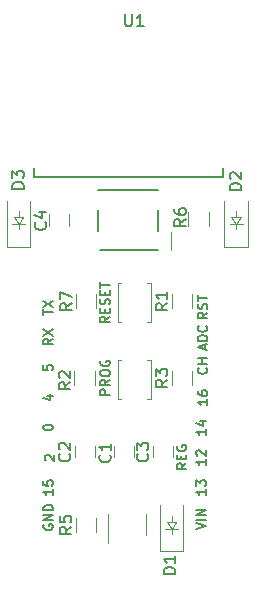
<source format=gbr>
%TF.GenerationSoftware,KiCad,Pcbnew,5.0-dev-unknown-d043ef5~62~ubuntu16.04.1*%
%TF.CreationDate,2018-02-24T21:05:52-07:00*%
%TF.ProjectId,ESP12-Break-02,45535031322D427265616B2D30322E6B,rev?*%
%TF.SameCoordinates,Original*%
%TF.FileFunction,Legend,Top*%
%TF.FilePolarity,Positive*%
%FSLAX46Y46*%
G04 Gerber Fmt 4.6, Leading zero omitted, Abs format (unit mm)*
G04 Created by KiCad (PCBNEW 5.0-dev-unknown-d043ef5~62~ubuntu16.04.1) date Sat Feb 24 21:05:52 2018*
%MOMM*%
%LPD*%
G01*
G04 APERTURE LIST*
%ADD10C,0.200000*%
%ADD11C,0.152400*%
%ADD12C,0.120000*%
%ADD13C,0.100000*%
%ADD14C,0.050000*%
%ADD15C,0.150000*%
G04 APERTURE END LIST*
D10*
X139426904Y-91217571D02*
X138626904Y-91217571D01*
X138626904Y-90912809D01*
X138665000Y-90836619D01*
X138703095Y-90798523D01*
X138779285Y-90760428D01*
X138893571Y-90760428D01*
X138969761Y-90798523D01*
X139007857Y-90836619D01*
X139045952Y-90912809D01*
X139045952Y-91217571D01*
X139426904Y-89960428D02*
X139045952Y-90227095D01*
X139426904Y-90417571D02*
X138626904Y-90417571D01*
X138626904Y-90112809D01*
X138665000Y-90036619D01*
X138703095Y-89998523D01*
X138779285Y-89960428D01*
X138893571Y-89960428D01*
X138969761Y-89998523D01*
X139007857Y-90036619D01*
X139045952Y-90112809D01*
X139045952Y-90417571D01*
X138626904Y-89465190D02*
X138626904Y-89312809D01*
X138665000Y-89236619D01*
X138741190Y-89160428D01*
X138893571Y-89122333D01*
X139160238Y-89122333D01*
X139312619Y-89160428D01*
X139388809Y-89236619D01*
X139426904Y-89312809D01*
X139426904Y-89465190D01*
X139388809Y-89541380D01*
X139312619Y-89617571D01*
X139160238Y-89655666D01*
X138893571Y-89655666D01*
X138741190Y-89617571D01*
X138665000Y-89541380D01*
X138626904Y-89465190D01*
X138665000Y-88360428D02*
X138626904Y-88436619D01*
X138626904Y-88550904D01*
X138665000Y-88665190D01*
X138741190Y-88741380D01*
X138817380Y-88779476D01*
X138969761Y-88817571D01*
X139084047Y-88817571D01*
X139236428Y-88779476D01*
X139312619Y-88741380D01*
X139388809Y-88665190D01*
X139426904Y-88550904D01*
X139426904Y-88474714D01*
X139388809Y-88360428D01*
X139350714Y-88322333D01*
X139084047Y-88322333D01*
X139084047Y-88474714D01*
X139426904Y-84600904D02*
X139045952Y-84867571D01*
X139426904Y-85058047D02*
X138626904Y-85058047D01*
X138626904Y-84753285D01*
X138665000Y-84677095D01*
X138703095Y-84639000D01*
X138779285Y-84600904D01*
X138893571Y-84600904D01*
X138969761Y-84639000D01*
X139007857Y-84677095D01*
X139045952Y-84753285D01*
X139045952Y-85058047D01*
X139007857Y-84258047D02*
X139007857Y-83991380D01*
X139426904Y-83877095D02*
X139426904Y-84258047D01*
X138626904Y-84258047D01*
X138626904Y-83877095D01*
X139388809Y-83572333D02*
X139426904Y-83458047D01*
X139426904Y-83267571D01*
X139388809Y-83191380D01*
X139350714Y-83153285D01*
X139274523Y-83115190D01*
X139198333Y-83115190D01*
X139122142Y-83153285D01*
X139084047Y-83191380D01*
X139045952Y-83267571D01*
X139007857Y-83419952D01*
X138969761Y-83496142D01*
X138931666Y-83534238D01*
X138855476Y-83572333D01*
X138779285Y-83572333D01*
X138703095Y-83534238D01*
X138665000Y-83496142D01*
X138626904Y-83419952D01*
X138626904Y-83229476D01*
X138665000Y-83115190D01*
X139007857Y-82772333D02*
X139007857Y-82505666D01*
X139426904Y-82391380D02*
X139426904Y-82772333D01*
X138626904Y-82772333D01*
X138626904Y-82391380D01*
X138626904Y-82162809D02*
X138626904Y-81705666D01*
X139426904Y-81934238D02*
X138626904Y-81934238D01*
X145903904Y-97034285D02*
X145522952Y-97300952D01*
X145903904Y-97491428D02*
X145103904Y-97491428D01*
X145103904Y-97186666D01*
X145142000Y-97110476D01*
X145180095Y-97072380D01*
X145256285Y-97034285D01*
X145370571Y-97034285D01*
X145446761Y-97072380D01*
X145484857Y-97110476D01*
X145522952Y-97186666D01*
X145522952Y-97491428D01*
X145484857Y-96691428D02*
X145484857Y-96424761D01*
X145903904Y-96310476D02*
X145903904Y-96691428D01*
X145103904Y-96691428D01*
X145103904Y-96310476D01*
X145142000Y-95548571D02*
X145103904Y-95624761D01*
X145103904Y-95739047D01*
X145142000Y-95853333D01*
X145218190Y-95929523D01*
X145294380Y-95967619D01*
X145446761Y-96005714D01*
X145561047Y-96005714D01*
X145713428Y-95967619D01*
X145789619Y-95929523D01*
X145865809Y-95853333D01*
X145903904Y-95739047D01*
X145903904Y-95662857D01*
X145865809Y-95548571D01*
X145827714Y-95510476D01*
X145561047Y-95510476D01*
X145561047Y-95662857D01*
X133839000Y-102209523D02*
X133800904Y-102285714D01*
X133800904Y-102400000D01*
X133839000Y-102514285D01*
X133915190Y-102590476D01*
X133991380Y-102628571D01*
X134143761Y-102666666D01*
X134258047Y-102666666D01*
X134410428Y-102628571D01*
X134486619Y-102590476D01*
X134562809Y-102514285D01*
X134600904Y-102400000D01*
X134600904Y-102323809D01*
X134562809Y-102209523D01*
X134524714Y-102171428D01*
X134258047Y-102171428D01*
X134258047Y-102323809D01*
X134600904Y-101828571D02*
X133800904Y-101828571D01*
X134600904Y-101371428D01*
X133800904Y-101371428D01*
X134600904Y-100990476D02*
X133800904Y-100990476D01*
X133800904Y-100800000D01*
X133839000Y-100685714D01*
X133915190Y-100609523D01*
X133991380Y-100571428D01*
X134143761Y-100533333D01*
X134258047Y-100533333D01*
X134410428Y-100571428D01*
X134486619Y-100609523D01*
X134562809Y-100685714D01*
X134600904Y-100800000D01*
X134600904Y-100990476D01*
X134600904Y-99212380D02*
X134600904Y-99669523D01*
X134600904Y-99440952D02*
X133800904Y-99440952D01*
X133915190Y-99517142D01*
X133991380Y-99593333D01*
X134029476Y-99669523D01*
X133800904Y-98488571D02*
X133800904Y-98869523D01*
X134181857Y-98907619D01*
X134143761Y-98869523D01*
X134105666Y-98793333D01*
X134105666Y-98602857D01*
X134143761Y-98526666D01*
X134181857Y-98488571D01*
X134258047Y-98450476D01*
X134448523Y-98450476D01*
X134524714Y-98488571D01*
X134562809Y-98526666D01*
X134600904Y-98602857D01*
X134600904Y-98793333D01*
X134562809Y-98869523D01*
X134524714Y-98907619D01*
X134004095Y-96748571D02*
X133966000Y-96710476D01*
X133927904Y-96634285D01*
X133927904Y-96443809D01*
X133966000Y-96367619D01*
X134004095Y-96329523D01*
X134080285Y-96291428D01*
X134156476Y-96291428D01*
X134270761Y-96329523D01*
X134727904Y-96786666D01*
X134727904Y-96291428D01*
X146754904Y-102603190D02*
X147554904Y-102336523D01*
X146754904Y-102069857D01*
X147554904Y-101803190D02*
X146754904Y-101803190D01*
X147554904Y-101422238D02*
X146754904Y-101422238D01*
X147554904Y-100965095D01*
X146754904Y-100965095D01*
X147554904Y-99212380D02*
X147554904Y-99669523D01*
X147554904Y-99440952D02*
X146754904Y-99440952D01*
X146869190Y-99517142D01*
X146945380Y-99593333D01*
X146983476Y-99669523D01*
X146754904Y-98945714D02*
X146754904Y-98450476D01*
X147059666Y-98717142D01*
X147059666Y-98602857D01*
X147097761Y-98526666D01*
X147135857Y-98488571D01*
X147212047Y-98450476D01*
X147402523Y-98450476D01*
X147478714Y-98488571D01*
X147516809Y-98526666D01*
X147554904Y-98602857D01*
X147554904Y-98831428D01*
X147516809Y-98907619D01*
X147478714Y-98945714D01*
X147554904Y-96672380D02*
X147554904Y-97129523D01*
X147554904Y-96900952D02*
X146754904Y-96900952D01*
X146869190Y-96977142D01*
X146945380Y-97053333D01*
X146983476Y-97129523D01*
X146831095Y-96367619D02*
X146793000Y-96329523D01*
X146754904Y-96253333D01*
X146754904Y-96062857D01*
X146793000Y-95986666D01*
X146831095Y-95948571D01*
X146907285Y-95910476D01*
X146983476Y-95910476D01*
X147097761Y-95948571D01*
X147554904Y-96405714D01*
X147554904Y-95910476D01*
X147554904Y-94132380D02*
X147554904Y-94589523D01*
X147554904Y-94360952D02*
X146754904Y-94360952D01*
X146869190Y-94437142D01*
X146945380Y-94513333D01*
X146983476Y-94589523D01*
X147021571Y-93446666D02*
X147554904Y-93446666D01*
X146716809Y-93637142D02*
X147288238Y-93827619D01*
X147288238Y-93332380D01*
X147681904Y-91592380D02*
X147681904Y-92049523D01*
X147681904Y-91820952D02*
X146881904Y-91820952D01*
X146996190Y-91897142D01*
X147072380Y-91973333D01*
X147110476Y-92049523D01*
X146881904Y-90906666D02*
X146881904Y-91059047D01*
X146920000Y-91135238D01*
X146958095Y-91173333D01*
X147072380Y-91249523D01*
X147224761Y-91287619D01*
X147529523Y-91287619D01*
X147605714Y-91249523D01*
X147643809Y-91211428D01*
X147681904Y-91135238D01*
X147681904Y-90982857D01*
X147643809Y-90906666D01*
X147605714Y-90868571D01*
X147529523Y-90830476D01*
X147339047Y-90830476D01*
X147262857Y-90868571D01*
X147224761Y-90906666D01*
X147186666Y-90982857D01*
X147186666Y-91135238D01*
X147224761Y-91211428D01*
X147262857Y-91249523D01*
X147339047Y-91287619D01*
X147605714Y-88944428D02*
X147643809Y-88982523D01*
X147681904Y-89096809D01*
X147681904Y-89173000D01*
X147643809Y-89287285D01*
X147567619Y-89363476D01*
X147491428Y-89401571D01*
X147339047Y-89439666D01*
X147224761Y-89439666D01*
X147072380Y-89401571D01*
X146996190Y-89363476D01*
X146920000Y-89287285D01*
X146881904Y-89173000D01*
X146881904Y-89096809D01*
X146920000Y-88982523D01*
X146958095Y-88944428D01*
X147681904Y-88601571D02*
X146881904Y-88601571D01*
X147262857Y-88601571D02*
X147262857Y-88144428D01*
X147681904Y-88144428D02*
X146881904Y-88144428D01*
X133800904Y-94018095D02*
X133800904Y-93941904D01*
X133839000Y-93865714D01*
X133877095Y-93827619D01*
X133953285Y-93789523D01*
X134105666Y-93751428D01*
X134296142Y-93751428D01*
X134448523Y-93789523D01*
X134524714Y-93827619D01*
X134562809Y-93865714D01*
X134600904Y-93941904D01*
X134600904Y-94018095D01*
X134562809Y-94094285D01*
X134524714Y-94132380D01*
X134448523Y-94170476D01*
X134296142Y-94208571D01*
X134105666Y-94208571D01*
X133953285Y-94170476D01*
X133877095Y-94132380D01*
X133839000Y-94094285D01*
X133800904Y-94018095D01*
X134067571Y-91287619D02*
X134600904Y-91287619D01*
X133762809Y-91478095D02*
X134334238Y-91668571D01*
X134334238Y-91173333D01*
X133800904Y-88709523D02*
X133800904Y-89090476D01*
X134181857Y-89128571D01*
X134143761Y-89090476D01*
X134105666Y-89014285D01*
X134105666Y-88823809D01*
X134143761Y-88747619D01*
X134181857Y-88709523D01*
X134258047Y-88671428D01*
X134448523Y-88671428D01*
X134524714Y-88709523D01*
X134562809Y-88747619D01*
X134600904Y-88823809D01*
X134600904Y-89014285D01*
X134562809Y-89090476D01*
X134524714Y-89128571D01*
X134600904Y-86493333D02*
X134219952Y-86760000D01*
X134600904Y-86950476D02*
X133800904Y-86950476D01*
X133800904Y-86645714D01*
X133839000Y-86569523D01*
X133877095Y-86531428D01*
X133953285Y-86493333D01*
X134067571Y-86493333D01*
X134143761Y-86531428D01*
X134181857Y-86569523D01*
X134219952Y-86645714D01*
X134219952Y-86950476D01*
X133800904Y-86226666D02*
X134600904Y-85693333D01*
X133800904Y-85693333D02*
X134600904Y-86226666D01*
X133800904Y-84429523D02*
X133800904Y-83972380D01*
X134600904Y-84200952D02*
X133800904Y-84200952D01*
X133800904Y-83781904D02*
X134600904Y-83248571D01*
X133800904Y-83248571D02*
X134600904Y-83781904D01*
X147453333Y-87350476D02*
X147453333Y-86969523D01*
X147681904Y-87426666D02*
X146881904Y-87160000D01*
X147681904Y-86893333D01*
X147681904Y-86626666D02*
X146881904Y-86626666D01*
X146881904Y-86436190D01*
X146920000Y-86321904D01*
X146996190Y-86245714D01*
X147072380Y-86207619D01*
X147224761Y-86169523D01*
X147339047Y-86169523D01*
X147491428Y-86207619D01*
X147567619Y-86245714D01*
X147643809Y-86321904D01*
X147681904Y-86436190D01*
X147681904Y-86626666D01*
X147605714Y-85369523D02*
X147643809Y-85407619D01*
X147681904Y-85521904D01*
X147681904Y-85598095D01*
X147643809Y-85712380D01*
X147567619Y-85788571D01*
X147491428Y-85826666D01*
X147339047Y-85864761D01*
X147224761Y-85864761D01*
X147072380Y-85826666D01*
X146996190Y-85788571D01*
X146920000Y-85712380D01*
X146881904Y-85598095D01*
X146881904Y-85521904D01*
X146920000Y-85407619D01*
X146958095Y-85369523D01*
X147681904Y-84258095D02*
X147300952Y-84524761D01*
X147681904Y-84715238D02*
X146881904Y-84715238D01*
X146881904Y-84410476D01*
X146920000Y-84334285D01*
X146958095Y-84296190D01*
X147034285Y-84258095D01*
X147148571Y-84258095D01*
X147224761Y-84296190D01*
X147262857Y-84334285D01*
X147300952Y-84410476D01*
X147300952Y-84715238D01*
X147643809Y-83953333D02*
X147681904Y-83839047D01*
X147681904Y-83648571D01*
X147643809Y-83572380D01*
X147605714Y-83534285D01*
X147529523Y-83496190D01*
X147453333Y-83496190D01*
X147377142Y-83534285D01*
X147339047Y-83572380D01*
X147300952Y-83648571D01*
X147262857Y-83800952D01*
X147224761Y-83877142D01*
X147186666Y-83915238D01*
X147110476Y-83953333D01*
X147034285Y-83953333D01*
X146958095Y-83915238D01*
X146920000Y-83877142D01*
X146881904Y-83800952D01*
X146881904Y-83610476D01*
X146920000Y-83496190D01*
X146881904Y-83267619D02*
X146881904Y-82810476D01*
X147681904Y-83039047D02*
X146881904Y-83039047D01*
D11*
X132969000Y-72009000D02*
X132969000Y-72771000D01*
X132969000Y-72771000D02*
X148971000Y-72771000D01*
X148971000Y-72771000D02*
X148971000Y-72009000D01*
D12*
X141439000Y-96532000D02*
X141439000Y-95532000D01*
X139739000Y-95532000D02*
X139739000Y-96532000D01*
X144662000Y-83912000D02*
X144662000Y-82712000D01*
X146422000Y-82712000D02*
X146422000Y-83912000D01*
X136407000Y-90436000D02*
X136407000Y-89236000D01*
X138167000Y-89236000D02*
X138167000Y-90436000D01*
X144662000Y-90389000D02*
X144662000Y-89189000D01*
X146422000Y-89189000D02*
X146422000Y-90389000D01*
X139233000Y-101335000D02*
X139233000Y-103785000D01*
X142453000Y-103135000D02*
X142453000Y-101335000D01*
X138137000Y-96532000D02*
X138137000Y-95532000D01*
X136437000Y-95532000D02*
X136437000Y-96532000D01*
X143041000Y-95532000D02*
X143041000Y-96532000D01*
X144741000Y-96532000D02*
X144741000Y-95532000D01*
X136534000Y-102835000D02*
X136534000Y-101635000D01*
X138294000Y-101635000D02*
X138294000Y-102835000D01*
D13*
X144653000Y-102985000D02*
X144653000Y-102585000D01*
X144653000Y-102585000D02*
X144103000Y-102585000D01*
X144653000Y-102585000D02*
X145203000Y-102585000D01*
X144653000Y-102585000D02*
X144253000Y-101985000D01*
X144253000Y-101985000D02*
X145053000Y-101985000D01*
X145053000Y-101985000D02*
X144653000Y-102585000D01*
X144653000Y-101985000D02*
X144653000Y-101485000D01*
D12*
X143653000Y-104485000D02*
X145653000Y-104485000D01*
X145653000Y-104485000D02*
X145653000Y-100585000D01*
X143653000Y-104485000D02*
X143653000Y-100585000D01*
D13*
X150114000Y-77204000D02*
X150114000Y-76804000D01*
X150114000Y-76804000D02*
X149564000Y-76804000D01*
X150114000Y-76804000D02*
X150664000Y-76804000D01*
X150114000Y-76804000D02*
X149714000Y-76204000D01*
X149714000Y-76204000D02*
X150514000Y-76204000D01*
X150514000Y-76204000D02*
X150114000Y-76804000D01*
X150114000Y-76204000D02*
X150114000Y-75704000D01*
D12*
X149114000Y-78704000D02*
X151114000Y-78704000D01*
X151114000Y-78704000D02*
X151114000Y-74804000D01*
X149114000Y-78704000D02*
X149114000Y-74804000D01*
D13*
X131699000Y-77204000D02*
X131699000Y-76804000D01*
X131699000Y-76804000D02*
X131149000Y-76804000D01*
X131699000Y-76804000D02*
X132249000Y-76804000D01*
X131699000Y-76804000D02*
X131299000Y-76204000D01*
X131299000Y-76204000D02*
X132099000Y-76204000D01*
X132099000Y-76204000D02*
X131699000Y-76804000D01*
X131699000Y-76204000D02*
X131699000Y-75704000D01*
D12*
X130699000Y-78704000D02*
X132699000Y-78704000D01*
X132699000Y-78704000D02*
X132699000Y-74804000D01*
X130699000Y-78704000D02*
X130699000Y-74804000D01*
X146059000Y-76927000D02*
X146059000Y-75727000D01*
X147819000Y-75727000D02*
X147819000Y-76927000D01*
X138294000Y-82712000D02*
X138294000Y-83912000D01*
X136534000Y-83912000D02*
X136534000Y-82712000D01*
X134278000Y-75954000D02*
X134278000Y-76954000D01*
X135978000Y-76954000D02*
X135978000Y-75954000D01*
D14*
X144570000Y-77454000D02*
X144570000Y-78954000D01*
D11*
X138430000Y-75565000D02*
X138430000Y-77343000D01*
X143510000Y-78994000D02*
X138557000Y-78994000D01*
X138430000Y-73914000D02*
X143510000Y-73914000D01*
X143510000Y-75565000D02*
X143510000Y-77343000D01*
D12*
X140078000Y-81789000D02*
X140378000Y-81789000D01*
X140078000Y-85089000D02*
X140078000Y-81789000D01*
X140378000Y-85089000D02*
X140078000Y-85089000D01*
X142878000Y-81789000D02*
X142578000Y-81789000D01*
X142878000Y-85089000D02*
X142878000Y-81789000D01*
X142578000Y-85089000D02*
X142878000Y-85089000D01*
X140378000Y-88266000D02*
X140078000Y-88266000D01*
X140078000Y-88266000D02*
X140078000Y-91566000D01*
X140078000Y-91566000D02*
X140378000Y-91566000D01*
X142578000Y-88266000D02*
X142878000Y-88266000D01*
X142878000Y-88266000D02*
X142878000Y-91566000D01*
X142878000Y-91566000D02*
X142578000Y-91566000D01*
D15*
X140716095Y-59015380D02*
X140716095Y-59824904D01*
X140763714Y-59920142D01*
X140811333Y-59967761D01*
X140906571Y-60015380D01*
X141097047Y-60015380D01*
X141192285Y-59967761D01*
X141239904Y-59920142D01*
X141287523Y-59824904D01*
X141287523Y-59015380D01*
X142287523Y-60015380D02*
X141716095Y-60015380D01*
X142001809Y-60015380D02*
X142001809Y-59015380D01*
X141906571Y-59158238D01*
X141811333Y-59253476D01*
X141716095Y-59301095D01*
X139422142Y-96305666D02*
X139469761Y-96353285D01*
X139517380Y-96496142D01*
X139517380Y-96591380D01*
X139469761Y-96734238D01*
X139374523Y-96829476D01*
X139279285Y-96877095D01*
X139088809Y-96924714D01*
X138945952Y-96924714D01*
X138755476Y-96877095D01*
X138660238Y-96829476D01*
X138565000Y-96734238D01*
X138517380Y-96591380D01*
X138517380Y-96496142D01*
X138565000Y-96353285D01*
X138612619Y-96305666D01*
X139517380Y-95353285D02*
X139517380Y-95924714D01*
X139517380Y-95639000D02*
X138517380Y-95639000D01*
X138660238Y-95734238D01*
X138755476Y-95829476D01*
X138803095Y-95924714D01*
X144294380Y-83478666D02*
X143818190Y-83812000D01*
X144294380Y-84050095D02*
X143294380Y-84050095D01*
X143294380Y-83669142D01*
X143342000Y-83573904D01*
X143389619Y-83526285D01*
X143484857Y-83478666D01*
X143627714Y-83478666D01*
X143722952Y-83526285D01*
X143770571Y-83573904D01*
X143818190Y-83669142D01*
X143818190Y-84050095D01*
X144294380Y-82526285D02*
X144294380Y-83097714D01*
X144294380Y-82812000D02*
X143294380Y-82812000D01*
X143437238Y-82907238D01*
X143532476Y-83002476D01*
X143580095Y-83097714D01*
X136088380Y-90176666D02*
X135612190Y-90510000D01*
X136088380Y-90748095D02*
X135088380Y-90748095D01*
X135088380Y-90367142D01*
X135136000Y-90271904D01*
X135183619Y-90224285D01*
X135278857Y-90176666D01*
X135421714Y-90176666D01*
X135516952Y-90224285D01*
X135564571Y-90271904D01*
X135612190Y-90367142D01*
X135612190Y-90748095D01*
X135183619Y-89795714D02*
X135136000Y-89748095D01*
X135088380Y-89652857D01*
X135088380Y-89414761D01*
X135136000Y-89319523D01*
X135183619Y-89271904D01*
X135278857Y-89224285D01*
X135374095Y-89224285D01*
X135516952Y-89271904D01*
X136088380Y-89843333D01*
X136088380Y-89224285D01*
X144294380Y-89955666D02*
X143818190Y-90289000D01*
X144294380Y-90527095D02*
X143294380Y-90527095D01*
X143294380Y-90146142D01*
X143342000Y-90050904D01*
X143389619Y-90003285D01*
X143484857Y-89955666D01*
X143627714Y-89955666D01*
X143722952Y-90003285D01*
X143770571Y-90050904D01*
X143818190Y-90146142D01*
X143818190Y-90527095D01*
X143294380Y-89622333D02*
X143294380Y-89003285D01*
X143675333Y-89336619D01*
X143675333Y-89193761D01*
X143722952Y-89098523D01*
X143770571Y-89050904D01*
X143865809Y-89003285D01*
X144103904Y-89003285D01*
X144199142Y-89050904D01*
X144246761Y-89098523D01*
X144294380Y-89193761D01*
X144294380Y-89479476D01*
X144246761Y-89574714D01*
X144199142Y-89622333D01*
X135993142Y-96218666D02*
X136040761Y-96266285D01*
X136088380Y-96409142D01*
X136088380Y-96504380D01*
X136040761Y-96647238D01*
X135945523Y-96742476D01*
X135850285Y-96790095D01*
X135659809Y-96837714D01*
X135516952Y-96837714D01*
X135326476Y-96790095D01*
X135231238Y-96742476D01*
X135136000Y-96647238D01*
X135088380Y-96504380D01*
X135088380Y-96409142D01*
X135136000Y-96266285D01*
X135183619Y-96218666D01*
X135183619Y-95837714D02*
X135136000Y-95790095D01*
X135088380Y-95694857D01*
X135088380Y-95456761D01*
X135136000Y-95361523D01*
X135183619Y-95313904D01*
X135278857Y-95266285D01*
X135374095Y-95266285D01*
X135516952Y-95313904D01*
X136088380Y-95885333D01*
X136088380Y-95266285D01*
X142597142Y-96218666D02*
X142644761Y-96266285D01*
X142692380Y-96409142D01*
X142692380Y-96504380D01*
X142644761Y-96647238D01*
X142549523Y-96742476D01*
X142454285Y-96790095D01*
X142263809Y-96837714D01*
X142120952Y-96837714D01*
X141930476Y-96790095D01*
X141835238Y-96742476D01*
X141740000Y-96647238D01*
X141692380Y-96504380D01*
X141692380Y-96409142D01*
X141740000Y-96266285D01*
X141787619Y-96218666D01*
X141692380Y-95885333D02*
X141692380Y-95266285D01*
X142073333Y-95599619D01*
X142073333Y-95456761D01*
X142120952Y-95361523D01*
X142168571Y-95313904D01*
X142263809Y-95266285D01*
X142501904Y-95266285D01*
X142597142Y-95313904D01*
X142644761Y-95361523D01*
X142692380Y-95456761D01*
X142692380Y-95742476D01*
X142644761Y-95837714D01*
X142597142Y-95885333D01*
X136166380Y-102401666D02*
X135690190Y-102735000D01*
X136166380Y-102973095D02*
X135166380Y-102973095D01*
X135166380Y-102592142D01*
X135214000Y-102496904D01*
X135261619Y-102449285D01*
X135356857Y-102401666D01*
X135499714Y-102401666D01*
X135594952Y-102449285D01*
X135642571Y-102496904D01*
X135690190Y-102592142D01*
X135690190Y-102973095D01*
X135166380Y-101496904D02*
X135166380Y-101973095D01*
X135642571Y-102020714D01*
X135594952Y-101973095D01*
X135547333Y-101877857D01*
X135547333Y-101639761D01*
X135594952Y-101544523D01*
X135642571Y-101496904D01*
X135737809Y-101449285D01*
X135975904Y-101449285D01*
X136071142Y-101496904D01*
X136118761Y-101544523D01*
X136166380Y-101639761D01*
X136166380Y-101877857D01*
X136118761Y-101973095D01*
X136071142Y-102020714D01*
X144978380Y-106402095D02*
X143978380Y-106402095D01*
X143978380Y-106164000D01*
X144026000Y-106021142D01*
X144121238Y-105925904D01*
X144216476Y-105878285D01*
X144406952Y-105830666D01*
X144549809Y-105830666D01*
X144740285Y-105878285D01*
X144835523Y-105925904D01*
X144930761Y-106021142D01*
X144978380Y-106164000D01*
X144978380Y-106402095D01*
X144978380Y-104878285D02*
X144978380Y-105449714D01*
X144978380Y-105164000D02*
X143978380Y-105164000D01*
X144121238Y-105259238D01*
X144216476Y-105354476D01*
X144264095Y-105449714D01*
X150566380Y-73890095D02*
X149566380Y-73890095D01*
X149566380Y-73652000D01*
X149614000Y-73509142D01*
X149709238Y-73413904D01*
X149804476Y-73366285D01*
X149994952Y-73318666D01*
X150137809Y-73318666D01*
X150328285Y-73366285D01*
X150423523Y-73413904D01*
X150518761Y-73509142D01*
X150566380Y-73652000D01*
X150566380Y-73890095D01*
X149661619Y-72937714D02*
X149614000Y-72890095D01*
X149566380Y-72794857D01*
X149566380Y-72556761D01*
X149614000Y-72461523D01*
X149661619Y-72413904D01*
X149756857Y-72366285D01*
X149852095Y-72366285D01*
X149994952Y-72413904D01*
X150566380Y-72985333D01*
X150566380Y-72366285D01*
X132151380Y-73763095D02*
X131151380Y-73763095D01*
X131151380Y-73525000D01*
X131199000Y-73382142D01*
X131294238Y-73286904D01*
X131389476Y-73239285D01*
X131579952Y-73191666D01*
X131722809Y-73191666D01*
X131913285Y-73239285D01*
X132008523Y-73286904D01*
X132103761Y-73382142D01*
X132151380Y-73525000D01*
X132151380Y-73763095D01*
X131151380Y-72858333D02*
X131151380Y-72239285D01*
X131532333Y-72572619D01*
X131532333Y-72429761D01*
X131579952Y-72334523D01*
X131627571Y-72286904D01*
X131722809Y-72239285D01*
X131960904Y-72239285D01*
X132056142Y-72286904D01*
X132103761Y-72334523D01*
X132151380Y-72429761D01*
X132151380Y-72715476D01*
X132103761Y-72810714D01*
X132056142Y-72858333D01*
X145867380Y-76366666D02*
X145391190Y-76700000D01*
X145867380Y-76938095D02*
X144867380Y-76938095D01*
X144867380Y-76557142D01*
X144915000Y-76461904D01*
X144962619Y-76414285D01*
X145057857Y-76366666D01*
X145200714Y-76366666D01*
X145295952Y-76414285D01*
X145343571Y-76461904D01*
X145391190Y-76557142D01*
X145391190Y-76938095D01*
X144867380Y-75509523D02*
X144867380Y-75700000D01*
X144915000Y-75795238D01*
X144962619Y-75842857D01*
X145105476Y-75938095D01*
X145295952Y-75985714D01*
X145676904Y-75985714D01*
X145772142Y-75938095D01*
X145819761Y-75890476D01*
X145867380Y-75795238D01*
X145867380Y-75604761D01*
X145819761Y-75509523D01*
X145772142Y-75461904D01*
X145676904Y-75414285D01*
X145438809Y-75414285D01*
X145343571Y-75461904D01*
X145295952Y-75509523D01*
X145248333Y-75604761D01*
X145248333Y-75795238D01*
X145295952Y-75890476D01*
X145343571Y-75938095D01*
X145438809Y-75985714D01*
X136215380Y-83478666D02*
X135739190Y-83812000D01*
X136215380Y-84050095D02*
X135215380Y-84050095D01*
X135215380Y-83669142D01*
X135263000Y-83573904D01*
X135310619Y-83526285D01*
X135405857Y-83478666D01*
X135548714Y-83478666D01*
X135643952Y-83526285D01*
X135691571Y-83573904D01*
X135739190Y-83669142D01*
X135739190Y-84050095D01*
X135215380Y-83145333D02*
X135215380Y-82478666D01*
X136215380Y-82907238D01*
X133961142Y-76620666D02*
X134008761Y-76668285D01*
X134056380Y-76811142D01*
X134056380Y-76906380D01*
X134008761Y-77049238D01*
X133913523Y-77144476D01*
X133818285Y-77192095D01*
X133627809Y-77239714D01*
X133484952Y-77239714D01*
X133294476Y-77192095D01*
X133199238Y-77144476D01*
X133104000Y-77049238D01*
X133056380Y-76906380D01*
X133056380Y-76811142D01*
X133104000Y-76668285D01*
X133151619Y-76620666D01*
X133389714Y-75763523D02*
X134056380Y-75763523D01*
X133008761Y-76001619D02*
X133723047Y-76239714D01*
X133723047Y-75620666D01*
M02*

</source>
